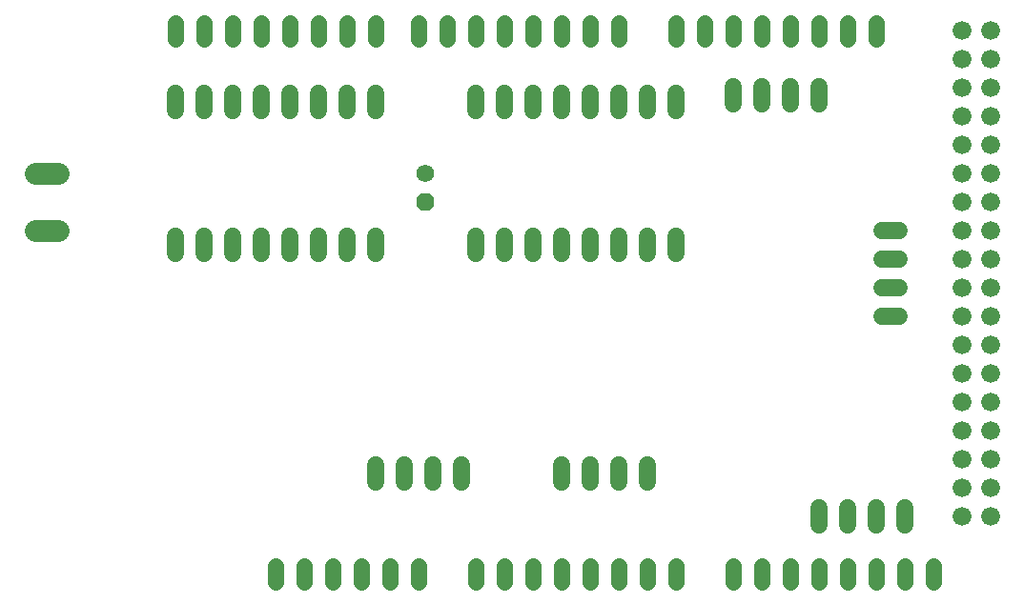
<source format=gbr>
G04 EAGLE Gerber RS-274X export*
G75*
%MOMM*%
%FSLAX34Y34*%
%LPD*%
%INBottom Copper*%
%IPPOS*%
%AMOC8*
5,1,8,0,0,1.08239X$1,22.5*%
G01*
%ADD10C,1.524000*%
%ADD11C,1.981200*%
%ADD12P,1.704548X8X292.500000*%
%ADD13C,1.574800*%
%ADD14C,1.422400*%
%ADD15C,1.676400*%
%ADD16C,1.508000*%


D10*
X482600Y121920D02*
X482600Y106680D01*
X457200Y106680D02*
X457200Y121920D01*
X431800Y121920D02*
X431800Y106680D01*
X406400Y106680D02*
X406400Y121920D01*
X647700Y121920D02*
X647700Y106680D01*
X622300Y106680D02*
X622300Y121920D01*
X596900Y121920D02*
X596900Y106680D01*
X571500Y106680D02*
X571500Y121920D01*
X855980Y330200D02*
X871220Y330200D01*
X871220Y304800D02*
X855980Y304800D01*
X855980Y279400D02*
X871220Y279400D01*
X871220Y254000D02*
X855980Y254000D01*
X800100Y83820D02*
X800100Y68580D01*
X825500Y68580D02*
X825500Y83820D01*
X850900Y83820D02*
X850900Y68580D01*
X876300Y68580D02*
X876300Y83820D01*
X800100Y443230D02*
X800100Y458470D01*
X774700Y458470D02*
X774700Y443230D01*
X749300Y443230D02*
X749300Y458470D01*
X723900Y458470D02*
X723900Y443230D01*
D11*
X124206Y330454D02*
X104394Y330454D01*
X104394Y380746D02*
X124206Y380746D01*
D12*
X450850Y355600D03*
D13*
X450850Y381000D03*
D14*
X228600Y500888D02*
X228600Y515112D01*
X254000Y515112D02*
X254000Y500888D01*
X279400Y500888D02*
X279400Y515112D01*
X304800Y515112D02*
X304800Y500888D01*
X330200Y500888D02*
X330200Y515112D01*
X355600Y515112D02*
X355600Y500888D01*
X381000Y500888D02*
X381000Y515112D01*
X406400Y515112D02*
X406400Y500888D01*
X444500Y500888D02*
X444500Y515112D01*
X469900Y515112D02*
X469900Y500888D01*
X495300Y500888D02*
X495300Y515112D01*
X520700Y515112D02*
X520700Y500888D01*
X546100Y500888D02*
X546100Y515112D01*
X571500Y515112D02*
X571500Y500888D01*
X596900Y500888D02*
X596900Y515112D01*
X622300Y515112D02*
X622300Y500888D01*
X673100Y500888D02*
X673100Y515112D01*
X698500Y515112D02*
X698500Y500888D01*
X723900Y500888D02*
X723900Y515112D01*
X749300Y515112D02*
X749300Y500888D01*
X774700Y500888D02*
X774700Y515112D01*
X800100Y515112D02*
X800100Y500888D01*
X825500Y500888D02*
X825500Y515112D01*
X850900Y515112D02*
X850900Y500888D01*
D15*
X927100Y508000D03*
X927100Y482600D03*
X927100Y457200D03*
X927100Y431800D03*
X927100Y406400D03*
X927100Y381000D03*
X927100Y355600D03*
X927100Y330200D03*
X927100Y304800D03*
X927100Y279400D03*
X927100Y254000D03*
X927100Y228600D03*
X927100Y203200D03*
X927100Y177800D03*
X927100Y152400D03*
X927100Y127000D03*
X927100Y101600D03*
X927100Y76200D03*
X952500Y76200D03*
X952500Y101600D03*
X952500Y127000D03*
X952500Y152400D03*
X952500Y177800D03*
X952500Y203200D03*
X952500Y228600D03*
X952500Y254000D03*
X952500Y279400D03*
X952500Y304800D03*
X952500Y330200D03*
X952500Y355600D03*
X952500Y381000D03*
X952500Y406400D03*
X952500Y431800D03*
X952500Y457200D03*
X952500Y482600D03*
X952500Y508000D03*
D14*
X901700Y32512D02*
X901700Y18288D01*
X876300Y18288D02*
X876300Y32512D01*
X850900Y32512D02*
X850900Y18288D01*
X825500Y18288D02*
X825500Y32512D01*
X800100Y32512D02*
X800100Y18288D01*
X774700Y18288D02*
X774700Y32512D01*
X749300Y32512D02*
X749300Y18288D01*
X723900Y18288D02*
X723900Y32512D01*
X673100Y32512D02*
X673100Y18288D01*
X647700Y18288D02*
X647700Y32512D01*
X622300Y32512D02*
X622300Y18288D01*
X596900Y18288D02*
X596900Y32512D01*
X571500Y32512D02*
X571500Y18288D01*
X546100Y18288D02*
X546100Y32512D01*
X520700Y32512D02*
X520700Y18288D01*
X495300Y18288D02*
X495300Y32512D01*
X444500Y32512D02*
X444500Y18288D01*
X419100Y18288D02*
X419100Y32512D01*
X393700Y32512D02*
X393700Y18288D01*
X368300Y18288D02*
X368300Y32512D01*
X342900Y32512D02*
X342900Y18288D01*
X317500Y18288D02*
X317500Y32512D01*
D16*
X673100Y436960D02*
X673100Y452040D01*
X647700Y452040D02*
X647700Y436960D01*
X622300Y436960D02*
X622300Y452040D01*
X596900Y452040D02*
X596900Y436960D01*
X571500Y436960D02*
X571500Y452040D01*
X546100Y452040D02*
X546100Y436960D01*
X520700Y436960D02*
X520700Y452040D01*
X495300Y452040D02*
X495300Y436960D01*
X495300Y325040D02*
X495300Y309960D01*
X520700Y309960D02*
X520700Y325040D01*
X546100Y325040D02*
X546100Y309960D01*
X571500Y309960D02*
X571500Y325040D01*
X596900Y325040D02*
X596900Y309960D01*
X622300Y309960D02*
X622300Y325040D01*
X647700Y325040D02*
X647700Y309960D01*
X673100Y309960D02*
X673100Y325040D01*
X406400Y436960D02*
X406400Y452040D01*
X381000Y452040D02*
X381000Y436960D01*
X355600Y436960D02*
X355600Y452040D01*
X330200Y452040D02*
X330200Y436960D01*
X304800Y436960D02*
X304800Y452040D01*
X279400Y452040D02*
X279400Y436960D01*
X254000Y436960D02*
X254000Y452040D01*
X228600Y452040D02*
X228600Y436960D01*
X228600Y325040D02*
X228600Y309960D01*
X254000Y309960D02*
X254000Y325040D01*
X279400Y325040D02*
X279400Y309960D01*
X304800Y309960D02*
X304800Y325040D01*
X330200Y325040D02*
X330200Y309960D01*
X355600Y309960D02*
X355600Y325040D01*
X381000Y325040D02*
X381000Y309960D01*
X406400Y309960D02*
X406400Y325040D01*
M02*

</source>
